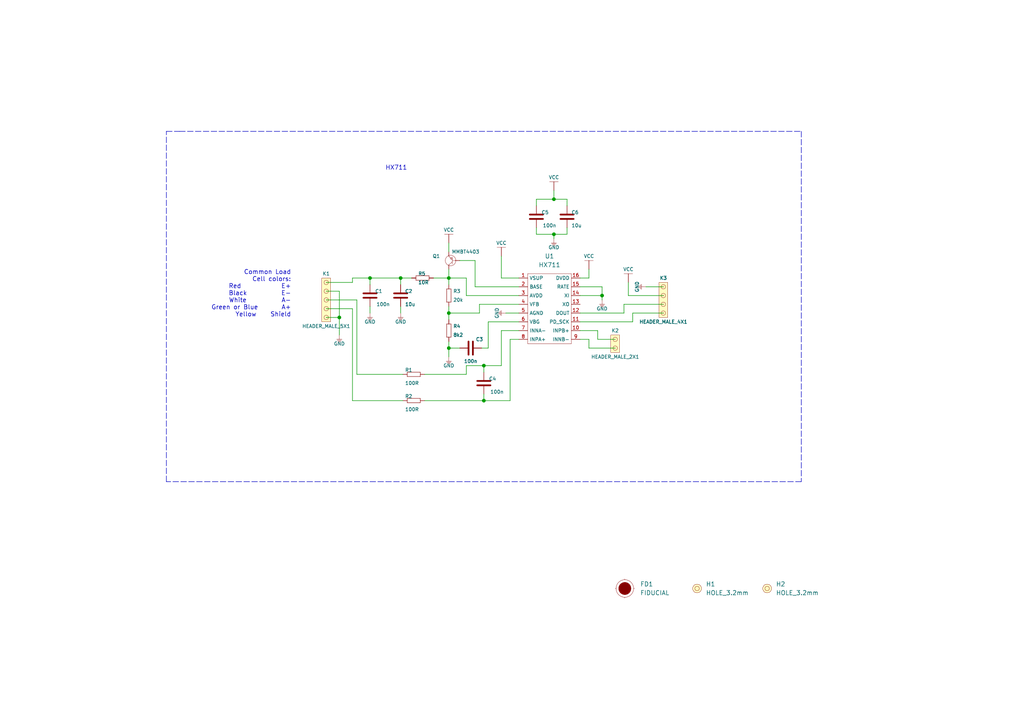
<source format=kicad_sch>
(kicad_sch (version 20211123) (generator eeschema)

  (uuid c0ee46d0-aa51-4fac-aab3-499764198726)

  (paper "A4")

  (title_block
    (title "Load-cell ampfilier HX711 board")
    (date "2021-06-30")
    (rev "V1.1.1.")
    (company "SOLDERED")
    (comment 1 "333005")
  )

  (lib_symbols
    (symbol "e-radionica.com schematics:0603C" (pin_numbers hide) (pin_names (offset 0.002)) (in_bom yes) (on_board yes)
      (property "Reference" "C" (id 0) (at -0.635 3.175 0)
        (effects (font (size 1 1)))
      )
      (property "Value" "0603C" (id 1) (at 0 -3.175 0)
        (effects (font (size 1 1)))
      )
      (property "Footprint" "e-radionica.com footprinti:0603C" (id 2) (at 0 0 0)
        (effects (font (size 1 1)) hide)
      )
      (property "Datasheet" "" (id 3) (at 0 0 0)
        (effects (font (size 1 1)) hide)
      )
      (symbol "0603C_0_1"
        (polyline
          (pts
            (xy -0.635 1.905)
            (xy -0.635 -1.905)
          )
          (stroke (width 0.5) (type default) (color 0 0 0 0))
          (fill (type none))
        )
        (polyline
          (pts
            (xy 0.635 1.905)
            (xy 0.635 -1.905)
          )
          (stroke (width 0.5) (type default) (color 0 0 0 0))
          (fill (type none))
        )
      )
      (symbol "0603C_1_1"
        (pin passive line (at -3.175 0 0) (length 2.54)
          (name "~" (effects (font (size 1.27 1.27))))
          (number "1" (effects (font (size 1.27 1.27))))
        )
        (pin passive line (at 3.175 0 180) (length 2.54)
          (name "~" (effects (font (size 1.27 1.27))))
          (number "2" (effects (font (size 1.27 1.27))))
        )
      )
    )
    (symbol "e-radionica.com schematics:0603R" (pin_numbers hide) (pin_names (offset 0.254)) (in_bom yes) (on_board yes)
      (property "Reference" "R" (id 0) (at -1.905 1.905 0)
        (effects (font (size 1 1)))
      )
      (property "Value" "0603R" (id 1) (at 0 -1.905 0)
        (effects (font (size 1 1)))
      )
      (property "Footprint" "e-radionica.com footprinti:0603R" (id 2) (at -0.635 1.905 0)
        (effects (font (size 1 1)) hide)
      )
      (property "Datasheet" "" (id 3) (at -0.635 1.905 0)
        (effects (font (size 1 1)) hide)
      )
      (symbol "0603R_0_1"
        (rectangle (start -1.905 -0.635) (end 1.905 -0.6604)
          (stroke (width 0.1) (type default) (color 0 0 0 0))
          (fill (type none))
        )
        (rectangle (start -1.905 0.635) (end -1.8796 -0.635)
          (stroke (width 0.1) (type default) (color 0 0 0 0))
          (fill (type none))
        )
        (rectangle (start -1.905 0.635) (end 1.905 0.6096)
          (stroke (width 0.1) (type default) (color 0 0 0 0))
          (fill (type none))
        )
        (rectangle (start 1.905 0.635) (end 1.9304 -0.635)
          (stroke (width 0.1) (type default) (color 0 0 0 0))
          (fill (type none))
        )
      )
      (symbol "0603R_1_1"
        (pin passive line (at -3.175 0 0) (length 1.27)
          (name "~" (effects (font (size 1.27 1.27))))
          (number "1" (effects (font (size 1.27 1.27))))
        )
        (pin passive line (at 3.175 0 180) (length 1.27)
          (name "~" (effects (font (size 1.27 1.27))))
          (number "2" (effects (font (size 1.27 1.27))))
        )
      )
    )
    (symbol "e-radionica.com schematics:1206C" (pin_numbers hide) (in_bom yes) (on_board yes)
      (property "Reference" "C" (id 0) (at -0.635 3.175 0)
        (effects (font (size 1 1)))
      )
      (property "Value" "1206C" (id 1) (at 0 -3.175 0)
        (effects (font (size 1 1)))
      )
      (property "Footprint" "e-radionica.com footprinti:1206C" (id 2) (at 0 0 0)
        (effects (font (size 1 1)) hide)
      )
      (property "Datasheet" "" (id 3) (at 0 0 0)
        (effects (font (size 1 1)) hide)
      )
      (symbol "1206C_0_1"
        (polyline
          (pts
            (xy -0.635 1.905)
            (xy -0.635 -1.905)
          )
          (stroke (width 0.5) (type default) (color 0 0 0 0))
          (fill (type none))
        )
        (polyline
          (pts
            (xy 0.635 1.905)
            (xy 0.635 -1.905)
          )
          (stroke (width 0.5) (type default) (color 0 0 0 0))
          (fill (type none))
        )
      )
      (symbol "1206C_1_1"
        (pin passive line (at -3.175 0 0) (length 2.54)
          (name "~" (effects (font (size 1.27 1.27))))
          (number "1" (effects (font (size 1.27 1.27))))
        )
        (pin passive line (at 3.175 0 180) (length 2.54)
          (name "~" (effects (font (size 1.27 1.27))))
          (number "2" (effects (font (size 1.27 1.27))))
        )
      )
    )
    (symbol "e-radionica.com schematics:FIDUCIAL" (in_bom no) (on_board yes)
      (property "Reference" "FD" (id 0) (at 0 3.81 0)
        (effects (font (size 1.27 1.27)))
      )
      (property "Value" "FIDUCIAL" (id 1) (at 0 -3.81 0)
        (effects (font (size 1.27 1.27)))
      )
      (property "Footprint" "e-radionica.com footprinti:FIDUCIAL_23" (id 2) (at 0.254 -5.334 0)
        (effects (font (size 1.27 1.27)) hide)
      )
      (property "Datasheet" "" (id 3) (at 0 0 0)
        (effects (font (size 1.27 1.27)) hide)
      )
      (symbol "FIDUCIAL_0_1"
        (polyline
          (pts
            (xy -2.54 0)
            (xy -2.794 0)
          )
          (stroke (width 0.0006) (type default) (color 0 0 0 0))
          (fill (type none))
        )
        (polyline
          (pts
            (xy 0 -2.54)
            (xy 0 -2.794)
          )
          (stroke (width 0.0006) (type default) (color 0 0 0 0))
          (fill (type none))
        )
        (polyline
          (pts
            (xy 0 2.54)
            (xy 0 2.794)
          )
          (stroke (width 0.0006) (type default) (color 0 0 0 0))
          (fill (type none))
        )
        (polyline
          (pts
            (xy 2.54 0)
            (xy 2.794 0)
          )
          (stroke (width 0.0006) (type default) (color 0 0 0 0))
          (fill (type none))
        )
        (circle (center 0 0) (radius 1.7961)
          (stroke (width 0.001) (type default) (color 0 0 0 0))
          (fill (type outline))
        )
        (circle (center 0 0) (radius 2.54)
          (stroke (width 0.0006) (type default) (color 0 0 0 0))
          (fill (type none))
        )
      )
    )
    (symbol "e-radionica.com schematics:GND" (power) (pin_names (offset 0)) (in_bom yes) (on_board yes)
      (property "Reference" "#PWR" (id 0) (at 4.445 0 0)
        (effects (font (size 1 1)) hide)
      )
      (property "Value" "GND" (id 1) (at 0 -2.921 0)
        (effects (font (size 1 1)))
      )
      (property "Footprint" "" (id 2) (at 4.445 3.81 0)
        (effects (font (size 1 1)) hide)
      )
      (property "Datasheet" "" (id 3) (at 4.445 3.81 0)
        (effects (font (size 1 1)) hide)
      )
      (property "ki_keywords" "power-flag" (id 4) (at 0 0 0)
        (effects (font (size 1.27 1.27)) hide)
      )
      (property "ki_description" "Power symbol creates a global label with name \"+3V3\"" (id 5) (at 0 0 0)
        (effects (font (size 1.27 1.27)) hide)
      )
      (symbol "GND_0_1"
        (polyline
          (pts
            (xy -0.762 -1.27)
            (xy 0.762 -1.27)
          )
          (stroke (width 0.0006) (type default) (color 0 0 0 0))
          (fill (type none))
        )
        (polyline
          (pts
            (xy -0.635 -1.524)
            (xy 0.635 -1.524)
          )
          (stroke (width 0.0006) (type default) (color 0 0 0 0))
          (fill (type none))
        )
        (polyline
          (pts
            (xy -0.381 -1.778)
            (xy 0.381 -1.778)
          )
          (stroke (width 0.0006) (type default) (color 0 0 0 0))
          (fill (type none))
        )
        (polyline
          (pts
            (xy -0.127 -2.032)
            (xy 0.127 -2.032)
          )
          (stroke (width 0.0006) (type default) (color 0 0 0 0))
          (fill (type none))
        )
        (polyline
          (pts
            (xy 0 0)
            (xy 0 -1.27)
          )
          (stroke (width 0.0006) (type default) (color 0 0 0 0))
          (fill (type none))
        )
      )
      (symbol "GND_1_1"
        (pin power_in line (at 0 0 270) (length 0) hide
          (name "GND" (effects (font (size 1.27 1.27))))
          (number "1" (effects (font (size 1.27 1.27))))
        )
      )
    )
    (symbol "e-radionica.com schematics:HEADER_MALE_2X1" (pin_numbers hide) (pin_names hide) (in_bom yes) (on_board yes)
      (property "Reference" "K" (id 0) (at -1.27 5.08 0)
        (effects (font (size 1 1)))
      )
      (property "Value" "HEADER_MALE_2X1" (id 1) (at 0 -2.54 0)
        (effects (font (size 1 1)))
      )
      (property "Footprint" "e-radionica.com footprinti:HEADER_MALE_2X1" (id 2) (at 0 0 0)
        (effects (font (size 1 1)) hide)
      )
      (property "Datasheet" "" (id 3) (at 0 0 0)
        (effects (font (size 1 1)) hide)
      )
      (symbol "HEADER_MALE_2X1_0_1"
        (circle (center 0 0) (radius 0.635)
          (stroke (width 0.0006) (type default) (color 0 0 0 0))
          (fill (type none))
        )
        (circle (center 0 2.54) (radius 0.635)
          (stroke (width 0.0006) (type default) (color 0 0 0 0))
          (fill (type none))
        )
        (rectangle (start 1.27 -1.27) (end -1.27 3.81)
          (stroke (width 0.001) (type default) (color 0 0 0 0))
          (fill (type background))
        )
      )
      (symbol "HEADER_MALE_2X1_1_1"
        (pin passive line (at 0 0 180) (length 0)
          (name "~" (effects (font (size 1 1))))
          (number "1" (effects (font (size 1 1))))
        )
        (pin passive line (at 0 2.54 180) (length 0)
          (name "~" (effects (font (size 1 1))))
          (number "2" (effects (font (size 1 1))))
        )
      )
    )
    (symbol "e-radionica.com schematics:HEADER_MALE_4X1" (pin_numbers hide) (pin_names hide) (in_bom yes) (on_board yes)
      (property "Reference" "K" (id 0) (at -0.635 7.62 0)
        (effects (font (size 1 1)))
      )
      (property "Value" "HEADER_MALE_4X1" (id 1) (at 0 -5.08 0)
        (effects (font (size 1 1)))
      )
      (property "Footprint" "e-radionica.com footprinti:HEADER_MALE_4X1" (id 2) (at 0 -2.54 0)
        (effects (font (size 1 1)) hide)
      )
      (property "Datasheet" "" (id 3) (at 0 -2.54 0)
        (effects (font (size 1 1)) hide)
      )
      (symbol "HEADER_MALE_4X1_0_1"
        (circle (center 0 -2.54) (radius 0.635)
          (stroke (width 0.0006) (type default) (color 0 0 0 0))
          (fill (type none))
        )
        (circle (center 0 0) (radius 0.635)
          (stroke (width 0.0006) (type default) (color 0 0 0 0))
          (fill (type none))
        )
        (circle (center 0 2.54) (radius 0.635)
          (stroke (width 0.0006) (type default) (color 0 0 0 0))
          (fill (type none))
        )
        (circle (center 0 5.08) (radius 0.635)
          (stroke (width 0.0006) (type default) (color 0 0 0 0))
          (fill (type none))
        )
        (rectangle (start 1.27 -3.81) (end -1.27 6.35)
          (stroke (width 0.001) (type default) (color 0 0 0 0))
          (fill (type background))
        )
      )
      (symbol "HEADER_MALE_4X1_1_1"
        (pin passive line (at 0 -2.54 180) (length 0)
          (name "~" (effects (font (size 1 1))))
          (number "1" (effects (font (size 1 1))))
        )
        (pin passive line (at 0 0 180) (length 0)
          (name "~" (effects (font (size 1 1))))
          (number "2" (effects (font (size 1 1))))
        )
        (pin passive line (at 0 2.54 180) (length 0)
          (name "~" (effects (font (size 1 1))))
          (number "3" (effects (font (size 1 1))))
        )
        (pin passive line (at 0 5.08 180) (length 0)
          (name "~" (effects (font (size 1 1))))
          (number "4" (effects (font (size 1 1))))
        )
      )
    )
    (symbol "e-radionica.com schematics:HEADER_MALE_5X1" (pin_numbers hide) (pin_names hide) (in_bom yes) (on_board yes)
      (property "Reference" "K" (id 0) (at -0.635 7.62 0)
        (effects (font (size 1 1)))
      )
      (property "Value" "HEADER_MALE_5X1" (id 1) (at 0.635 -7.62 0)
        (effects (font (size 1 1)))
      )
      (property "Footprint" "e-radionica.com footprinti:HEADER_MALE_5X1" (id 2) (at 0 0 0)
        (effects (font (size 1 1)) hide)
      )
      (property "Datasheet" "" (id 3) (at 0 0 0)
        (effects (font (size 1 1)) hide)
      )
      (symbol "HEADER_MALE_5X1_0_1"
        (rectangle (start -1.27 6.35) (end 1.27 -6.35)
          (stroke (width 0.001) (type default) (color 0 0 0 0))
          (fill (type background))
        )
        (circle (center 0 -5.08) (radius 0.635)
          (stroke (width 0.0006) (type default) (color 0 0 0 0))
          (fill (type none))
        )
        (circle (center 0 -2.54) (radius 0.635)
          (stroke (width 0.0006) (type default) (color 0 0 0 0))
          (fill (type none))
        )
        (circle (center 0 0) (radius 0.635)
          (stroke (width 0.0006) (type default) (color 0 0 0 0))
          (fill (type none))
        )
        (circle (center 0 2.54) (radius 0.635)
          (stroke (width 0.0006) (type default) (color 0 0 0 0))
          (fill (type none))
        )
        (circle (center 0 5.08) (radius 0.635)
          (stroke (width 0.0006) (type default) (color 0 0 0 0))
          (fill (type none))
        )
      )
      (symbol "HEADER_MALE_5X1_1_1"
        (pin passive line (at 0 -5.08 180) (length 0)
          (name "~" (effects (font (size 1 1))))
          (number "1" (effects (font (size 1 1))))
        )
        (pin passive line (at 0 -2.54 180) (length 0)
          (name "~" (effects (font (size 1 1))))
          (number "2" (effects (font (size 1 1))))
        )
        (pin passive line (at 0 0 180) (length 0)
          (name "~" (effects (font (size 1 1))))
          (number "3" (effects (font (size 1 1))))
        )
        (pin passive line (at 0 2.54 180) (length 0)
          (name "~" (effects (font (size 1 1))))
          (number "4" (effects (font (size 1 1))))
        )
        (pin passive line (at 0 5.08 180) (length 0)
          (name "~" (effects (font (size 0.991 0.991))))
          (number "5" (effects (font (size 0.991 0.991))))
        )
      )
    )
    (symbol "e-radionica.com schematics:HOLE_3.2mm" (pin_numbers hide) (pin_names hide) (in_bom yes) (on_board yes)
      (property "Reference" "H" (id 0) (at 0 2.54 0)
        (effects (font (size 1.27 1.27)))
      )
      (property "Value" "HOLE_3.2mm" (id 1) (at 0 -2.54 0)
        (effects (font (size 1.27 1.27)))
      )
      (property "Footprint" "e-radionica.com footprinti:HOLE_3.2mm" (id 2) (at 0 0 0)
        (effects (font (size 1.27 1.27)) hide)
      )
      (property "Datasheet" "" (id 3) (at 0 0 0)
        (effects (font (size 1.27 1.27)) hide)
      )
      (symbol "HOLE_3.2mm_0_1"
        (circle (center 0 0) (radius 0.635)
          (stroke (width 0.0006) (type default) (color 0 0 0 0))
          (fill (type none))
        )
        (circle (center 0 0) (radius 1.27)
          (stroke (width 0.001) (type default) (color 0 0 0 0))
          (fill (type background))
        )
      )
    )
    (symbol "e-radionica.com schematics:HX711" (in_bom yes) (on_board yes)
      (property "Reference" "U" (id 0) (at -1.27 7.62 0)
        (effects (font (size 1.27 1.27)))
      )
      (property "Value" "HX711" (id 1) (at 0 -11.43 0)
        (effects (font (size 1.27 1.27)))
      )
      (property "Footprint" "e-radionica.com footprinti:SOP-16" (id 2) (at -1.27 0 0)
        (effects (font (size 1.27 1.27)) hide)
      )
      (property "Datasheet" "" (id 3) (at 0 -5.08 0)
        (effects (font (size 1.27 1.27)) hide)
      )
      (symbol "HX711_0_1"
        (rectangle (start -6.35 10.16) (end 6.35 -10.16)
          (stroke (width 0.0006) (type default) (color 0 0 0 0))
          (fill (type none))
        )
      )
      (symbol "HX711_1_1"
        (pin power_in line (at -8.89 8.89 0) (length 2.54)
          (name "VSUP" (effects (font (size 1 1))))
          (number "1" (effects (font (size 1 1))))
        )
        (pin input line (at 8.89 -6.35 180) (length 2.54)
          (name "INPB+" (effects (font (size 1 1))))
          (number "10" (effects (font (size 1 1))))
        )
        (pin input line (at 8.89 -3.81 180) (length 2.54)
          (name "PD_SCK" (effects (font (size 1 1))))
          (number "11" (effects (font (size 1 1))))
        )
        (pin output line (at 8.89 -1.27 180) (length 2.54)
          (name "DOUT" (effects (font (size 1 1))))
          (number "12" (effects (font (size 1 1))))
        )
        (pin input line (at 8.89 1.27 180) (length 2.54)
          (name "XO" (effects (font (size 1 1))))
          (number "13" (effects (font (size 1 1))))
        )
        (pin input line (at 8.89 3.81 180) (length 2.54)
          (name "XI" (effects (font (size 1 1))))
          (number "14" (effects (font (size 1 1))))
        )
        (pin input line (at 8.89 6.35 180) (length 2.54)
          (name "RATE" (effects (font (size 1 1))))
          (number "15" (effects (font (size 1 1))))
        )
        (pin power_in line (at 8.89 8.89 180) (length 2.54)
          (name "DVDD" (effects (font (size 1 1))))
          (number "16" (effects (font (size 1 1))))
        )
        (pin output line (at -8.89 6.35 0) (length 2.54)
          (name "BASE" (effects (font (size 1 1))))
          (number "2" (effects (font (size 1 1))))
        )
        (pin power_in line (at -8.89 3.81 0) (length 2.54)
          (name "AVDD" (effects (font (size 1 1))))
          (number "3" (effects (font (size 1 1))))
        )
        (pin input line (at -8.89 1.27 0) (length 2.54)
          (name "VFB" (effects (font (size 1 1))))
          (number "4" (effects (font (size 1 1))))
        )
        (pin passive line (at -8.89 -1.27 0) (length 2.54)
          (name "AGND" (effects (font (size 1 1))))
          (number "5" (effects (font (size 1 1))))
        )
        (pin output line (at -8.89 -3.81 0) (length 2.54)
          (name "VBG" (effects (font (size 1 1))))
          (number "6" (effects (font (size 1 1))))
        )
        (pin input line (at -8.89 -6.35 0) (length 2.54)
          (name "INNA-" (effects (font (size 1 1))))
          (number "7" (effects (font (size 1 1))))
        )
        (pin input line (at -8.89 -8.89 0) (length 2.54)
          (name "INPA+" (effects (font (size 1 1))))
          (number "8" (effects (font (size 1 1))))
        )
        (pin input line (at 8.89 -8.89 180) (length 2.54)
          (name "INNB-" (effects (font (size 1 1))))
          (number "9" (effects (font (size 1 1))))
        )
      )
    )
    (symbol "e-radionica.com schematics:PNP-SOT-23-3" (pin_numbers hide) (pin_names hide) (in_bom yes) (on_board yes)
      (property "Reference" "Q" (id 0) (at -1.778 2.4892 0)
        (effects (font (size 1 1)))
      )
      (property "Value" "PNP-SOT-23-3" (id 1) (at -0.0508 -2.9464 0)
        (effects (font (size 1 1)))
      )
      (property "Footprint" "e-radionica.com footprinti:SOT-23-3" (id 2) (at 0 0 0)
        (effects (font (size 1 1)) hide)
      )
      (property "Datasheet" "" (id 3) (at 0 0 0)
        (effects (font (size 1 1)) hide)
      )
      (symbol "PNP-SOT-23-3_0_1"
        (circle (center -0.508 0) (radius 1.524)
          (stroke (width 0.0006) (type default) (color 0 0 0 0))
          (fill (type none))
        )
        (polyline
          (pts
            (xy -2.032 0)
            (xy -1.016 0)
          )
          (stroke (width 0.0006) (type default) (color 0 0 0 0))
          (fill (type none))
        )
        (polyline
          (pts
            (xy -1.016 0.381)
            (xy 0 1.27)
          )
          (stroke (width 0.0006) (type default) (color 0 0 0 0))
          (fill (type none))
        )
        (polyline
          (pts
            (xy -1.016 1.016)
            (xy -1.016 -1.016)
          )
          (stroke (width 0.0006) (type default) (color 0 0 0 0))
          (fill (type none))
        )
        (polyline
          (pts
            (xy -0.508 -0.762)
            (xy 0 -1.27)
          )
          (stroke (width 0.1) (type default) (color 0 0 0 0))
          (fill (type none))
        )
        (polyline
          (pts
            (xy -0.381 -0.508)
            (xy -0.762 -0.889)
            (xy -0.9906 -0.2794)
            (xy -0.381 -0.508)
          )
          (stroke (width 0.0006) (type default) (color 0 0 0 0))
          (fill (type none))
        )
      )
      (symbol "PNP-SOT-23-3_1_1"
        (pin passive line (at -3.175 0 0) (length 1.27)
          (name "B" (effects (font (size 1 1))))
          (number "1" (effects (font (size 1 1))))
        )
        (pin passive line (at 0 -2.54 90) (length 1.27)
          (name "E" (effects (font (size 1 1))))
          (number "2" (effects (font (size 1 1))))
        )
        (pin passive line (at 0 2.54 270) (length 1.27)
          (name "C" (effects (font (size 1 1))))
          (number "3" (effects (font (size 1 1))))
        )
      )
    )
    (symbol "e-radionica.com schematics:VCC" (power) (pin_names (offset 0)) (in_bom yes) (on_board yes)
      (property "Reference" "#PWR" (id 0) (at 4.445 0 0)
        (effects (font (size 1 1)) hide)
      )
      (property "Value" "VCC" (id 1) (at 0 3.556 0)
        (effects (font (size 1 1)))
      )
      (property "Footprint" "" (id 2) (at 4.445 3.81 0)
        (effects (font (size 1 1)) hide)
      )
      (property "Datasheet" "" (id 3) (at 4.445 3.81 0)
        (effects (font (size 1 1)) hide)
      )
      (property "ki_keywords" "power-flag" (id 4) (at 0 0 0)
        (effects (font (size 1.27 1.27)) hide)
      )
      (property "ki_description" "Power symbol creates a global label with name \"+3V3\"" (id 5) (at 0 0 0)
        (effects (font (size 1.27 1.27)) hide)
      )
      (symbol "VCC_0_1"
        (polyline
          (pts
            (xy -1.27 2.54)
            (xy 1.27 2.54)
          )
          (stroke (width 0.0006) (type default) (color 0 0 0 0))
          (fill (type none))
        )
        (polyline
          (pts
            (xy 0 0)
            (xy 0 2.54)
          )
          (stroke (width 0) (type default) (color 0 0 0 0))
          (fill (type none))
        )
      )
      (symbol "VCC_1_1"
        (pin power_in line (at 0 0 90) (length 0) hide
          (name "VCC" (effects (font (size 1.27 1.27))))
          (number "1" (effects (font (size 1.27 1.27))))
        )
      )
    )
  )

  (junction (at 130.175 90.805) (diameter 0.9144) (color 0 0 0 0)
    (uuid 68877d35-b796-44db-9124-b8e744e7412e)
  )
  (junction (at 160.655 57.785) (diameter 0.9144) (color 0 0 0 0)
    (uuid 6d26d68f-1ca7-4ff3-b058-272f1c399047)
  )
  (junction (at 174.625 85.725) (diameter 0.9144) (color 0 0 0 0)
    (uuid 70e15522-1572-4451-9c0d-6d36ac70d8c6)
  )
  (junction (at 107.315 80.645) (diameter 0.9144) (color 0 0 0 0)
    (uuid 8412992d-8754-44de-9e08-115cec1a3eff)
  )
  (junction (at 140.335 116.205) (diameter 0.9144) (color 0 0 0 0)
    (uuid 911bdcbe-493f-4e21-a506-7cbc636e2c17)
  )
  (junction (at 140.335 106.045) (diameter 0.9144) (color 0 0 0 0)
    (uuid 9f8381e9-3077-4453-a480-a01ad9c1a940)
  )
  (junction (at 130.175 100.965) (diameter 0.9144) (color 0 0 0 0)
    (uuid b96fe6ac-3535-4455-ab88-ed77f5e46d6e)
  )
  (junction (at 130.175 80.645) (diameter 0.9144) (color 0 0 0 0)
    (uuid c332fa55-4168-4f55-88a5-f82c7c21040b)
  )
  (junction (at 160.655 67.945) (diameter 0.9144) (color 0 0 0 0)
    (uuid d3d7e298-1d39-4294-a3ab-c84cc0dc5e5a)
  )
  (junction (at 116.205 80.645) (diameter 0.9144) (color 0 0 0 0)
    (uuid df32840e-2912-4088-b54c-9a85f64c0265)
  )
  (junction (at 98.425 92.075) (diameter 0.9144) (color 0 0 0 0)
    (uuid ffd175d1-912a-4224-be1e-a8198680f46b)
  )

  (wire (pts (xy 173.355 95.885) (xy 168.275 95.885))
    (stroke (width 0) (type solid) (color 0 0 0 0))
    (uuid 00c74706-4f3e-4973-b62b-bd31dfd0337f)
  )
  (wire (pts (xy 173.355 98.425) (xy 173.355 95.885))
    (stroke (width 0) (type solid) (color 0 0 0 0))
    (uuid 00c74706-4f3e-4973-b62b-bd31dfd03380)
  )
  (wire (pts (xy 178.435 98.425) (xy 173.355 98.425))
    (stroke (width 0) (type solid) (color 0 0 0 0))
    (uuid 00c74706-4f3e-4973-b62b-bd31dfd03381)
  )
  (wire (pts (xy 168.275 93.345) (xy 183.515 93.345))
    (stroke (width 0) (type solid) (color 0 0 0 0))
    (uuid 07530e2c-43d7-42be-8585-2cd0f6140bdf)
  )
  (wire (pts (xy 183.515 90.805) (xy 192.405 90.805))
    (stroke (width 0) (type solid) (color 0 0 0 0))
    (uuid 07530e2c-43d7-42be-8585-2cd0f6140be0)
  )
  (wire (pts (xy 183.515 93.345) (xy 183.515 90.805))
    (stroke (width 0) (type solid) (color 0 0 0 0))
    (uuid 07530e2c-43d7-42be-8585-2cd0f6140be1)
  )
  (wire (pts (xy 140.335 114.3) (xy 140.335 116.205))
    (stroke (width 0) (type solid) (color 0 0 0 0))
    (uuid 087ec55f-5866-47bb-92dc-39db9c5c8736)
  )
  (wire (pts (xy 140.335 116.205) (xy 147.955 116.205))
    (stroke (width 0) (type solid) (color 0 0 0 0))
    (uuid 087ec55f-5866-47bb-92dc-39db9c5c8737)
  )
  (wire (pts (xy 147.955 98.425) (xy 150.495 98.425))
    (stroke (width 0) (type solid) (color 0 0 0 0))
    (uuid 087ec55f-5866-47bb-92dc-39db9c5c8738)
  )
  (wire (pts (xy 147.955 116.205) (xy 147.955 98.425))
    (stroke (width 0) (type solid) (color 0 0 0 0))
    (uuid 087ec55f-5866-47bb-92dc-39db9c5c8739)
  )
  (wire (pts (xy 123.19 108.585) (xy 135.255 108.585))
    (stroke (width 0) (type solid) (color 0 0 0 0))
    (uuid 09cfa63d-d432-47f3-8cc1-c3bfb0572eda)
  )
  (wire (pts (xy 135.255 106.045) (xy 140.335 106.045))
    (stroke (width 0) (type solid) (color 0 0 0 0))
    (uuid 09cfa63d-d432-47f3-8cc1-c3bfb0572edb)
  )
  (wire (pts (xy 135.255 108.585) (xy 135.255 106.045))
    (stroke (width 0) (type solid) (color 0 0 0 0))
    (uuid 09cfa63d-d432-47f3-8cc1-c3bfb0572edc)
  )
  (wire (pts (xy 94.615 89.535) (xy 102.235 89.535))
    (stroke (width 0) (type solid) (color 0 0 0 0))
    (uuid 14e64190-d79d-4da8-ad38-c7d3ad2724c7)
  )
  (wire (pts (xy 102.235 89.535) (xy 102.235 116.205))
    (stroke (width 0) (type solid) (color 0 0 0 0))
    (uuid 14e64190-d79d-4da8-ad38-c7d3ad2724c8)
  )
  (wire (pts (xy 102.235 116.205) (xy 116.84 116.205))
    (stroke (width 0) (type solid) (color 0 0 0 0))
    (uuid 14e64190-d79d-4da8-ad38-c7d3ad2724c9)
  )
  (wire (pts (xy 187.325 83.185) (xy 192.405 83.185))
    (stroke (width 0) (type solid) (color 0 0 0 0))
    (uuid 30c14070-058c-4c7b-8510-4c2b4055f91e)
  )
  (wire (pts (xy 140.335 106.045) (xy 145.415 106.045))
    (stroke (width 0) (type solid) (color 0 0 0 0))
    (uuid 31efb656-33ff-4d61-a600-0f7bfdc663c2)
  )
  (wire (pts (xy 140.335 107.95) (xy 140.335 106.045))
    (stroke (width 0) (type solid) (color 0 0 0 0))
    (uuid 31efb656-33ff-4d61-a600-0f7bfdc663c3)
  )
  (wire (pts (xy 145.415 95.885) (xy 150.495 95.885))
    (stroke (width 0) (type solid) (color 0 0 0 0))
    (uuid 31efb656-33ff-4d61-a600-0f7bfdc663c4)
  )
  (wire (pts (xy 145.415 106.045) (xy 145.415 95.885))
    (stroke (width 0) (type solid) (color 0 0 0 0))
    (uuid 31efb656-33ff-4d61-a600-0f7bfdc663c5)
  )
  (wire (pts (xy 168.275 90.805) (xy 180.975 90.805))
    (stroke (width 0) (type solid) (color 0 0 0 0))
    (uuid 3332c6bd-c8cc-427c-87f0-5617d84e1871)
  )
  (wire (pts (xy 180.975 88.265) (xy 192.405 88.265))
    (stroke (width 0) (type solid) (color 0 0 0 0))
    (uuid 3332c6bd-c8cc-427c-87f0-5617d84e1872)
  )
  (wire (pts (xy 180.975 90.805) (xy 180.975 88.265))
    (stroke (width 0) (type solid) (color 0 0 0 0))
    (uuid 3332c6bd-c8cc-427c-87f0-5617d84e1873)
  )
  (wire (pts (xy 130.175 70.485) (xy 130.175 73.025))
    (stroke (width 0) (type solid) (color 0 0 0 0))
    (uuid 39b7ecde-455c-4471-b720-bf1e15a409a2)
  )
  (wire (pts (xy 94.615 84.455) (xy 98.425 84.455))
    (stroke (width 0) (type solid) (color 0 0 0 0))
    (uuid 3ce15976-d493-45a3-aaeb-2a693e11110f)
  )
  (wire (pts (xy 98.425 84.455) (xy 98.425 92.075))
    (stroke (width 0) (type solid) (color 0 0 0 0))
    (uuid 3ce15976-d493-45a3-aaeb-2a693e111110)
  )
  (wire (pts (xy 116.205 80.645) (xy 119.38 80.645))
    (stroke (width 0) (type solid) (color 0 0 0 0))
    (uuid 4445e1fd-edd4-4334-b5de-d25a1ac87cde)
  )
  (wire (pts (xy 168.275 98.425) (xy 170.815 98.425))
    (stroke (width 0) (type solid) (color 0 0 0 0))
    (uuid 52dea7ea-9b5b-43c6-be2d-b00874a1174e)
  )
  (wire (pts (xy 170.815 98.425) (xy 170.815 100.965))
    (stroke (width 0) (type solid) (color 0 0 0 0))
    (uuid 52dea7ea-9b5b-43c6-be2d-b00874a1174f)
  )
  (wire (pts (xy 170.815 100.965) (xy 178.435 100.965))
    (stroke (width 0) (type solid) (color 0 0 0 0))
    (uuid 52dea7ea-9b5b-43c6-be2d-b00874a11750)
  )
  (wire (pts (xy 168.275 85.725) (xy 174.625 85.725))
    (stroke (width 0) (type solid) (color 0 0 0 0))
    (uuid 5f13e10f-75e6-4583-a062-10d2364bae2f)
  )
  (wire (pts (xy 174.625 85.725) (xy 174.625 86.995))
    (stroke (width 0) (type solid) (color 0 0 0 0))
    (uuid 5f13e10f-75e6-4583-a062-10d2364bae30)
  )
  (wire (pts (xy 133.35 100.965) (xy 130.175 100.965))
    (stroke (width 0) (type solid) (color 0 0 0 0))
    (uuid 623ffc7b-0eaa-44cd-badc-56e9b4893303)
  )
  (wire (pts (xy 168.275 80.645) (xy 170.815 80.645))
    (stroke (width 0) (type solid) (color 0 0 0 0))
    (uuid 63bf7f8b-2832-49d6-8e01-66d32d4cff96)
  )
  (wire (pts (xy 170.815 80.645) (xy 170.815 78.105))
    (stroke (width 0) (type solid) (color 0 0 0 0))
    (uuid 63bf7f8b-2832-49d6-8e01-66d32d4cff97)
  )
  (wire (pts (xy 107.315 88.9) (xy 107.315 90.805))
    (stroke (width 0) (type solid) (color 0 0 0 0))
    (uuid 64d3590b-67ef-4375-b5e2-357bfd94987f)
  )
  (wire (pts (xy 141.605 93.345) (xy 150.495 93.345))
    (stroke (width 0) (type solid) (color 0 0 0 0))
    (uuid 6b6318a7-7d77-419d-9748-2956cae82be9)
  )
  (wire (pts (xy 164.465 66.04) (xy 164.465 67.945))
    (stroke (width 0) (type solid) (color 0 0 0 0))
    (uuid 6beb9dde-7a1f-4e99-813c-e13efe793501)
  )
  (wire (pts (xy 164.465 67.945) (xy 160.655 67.945))
    (stroke (width 0) (type solid) (color 0 0 0 0))
    (uuid 6beb9dde-7a1f-4e99-813c-e13efe793502)
  )
  (polyline (pts (xy 48.26 38.1) (xy 52.07 38.1))
    (stroke (width 0) (type dash) (color 0 0 0 0))
    (uuid 71ae86aa-c36d-4ce8-bb88-474466d9a187)
  )
  (polyline (pts (xy 48.26 139.7) (xy 48.26 38.1))
    (stroke (width 0) (type dash) (color 0 0 0 0))
    (uuid 71ae86aa-c36d-4ce8-bb88-474466d9a188)
  )
  (polyline (pts (xy 52.07 38.1) (xy 232.41 38.1))
    (stroke (width 0) (type dash) (color 0 0 0 0))
    (uuid 71ae86aa-c36d-4ce8-bb88-474466d9a189)
  )
  (polyline (pts (xy 232.41 38.1) (xy 232.41 139.7))
    (stroke (width 0) (type dash) (color 0 0 0 0))
    (uuid 71ae86aa-c36d-4ce8-bb88-474466d9a18a)
  )
  (polyline (pts (xy 232.41 139.7) (xy 48.26 139.7))
    (stroke (width 0) (type dash) (color 0 0 0 0))
    (uuid 71ae86aa-c36d-4ce8-bb88-474466d9a18b)
  )

  (wire (pts (xy 155.575 66.04) (xy 155.575 67.945))
    (stroke (width 0) (type solid) (color 0 0 0 0))
    (uuid 72d10612-faa0-465c-860b-bf9dff2c5f65)
  )
  (wire (pts (xy 155.575 67.945) (xy 160.655 67.945))
    (stroke (width 0) (type solid) (color 0 0 0 0))
    (uuid 72d10612-faa0-465c-860b-bf9dff2c5f66)
  )
  (wire (pts (xy 160.655 67.945) (xy 160.655 69.215))
    (stroke (width 0) (type solid) (color 0 0 0 0))
    (uuid 72d10612-faa0-465c-860b-bf9dff2c5f67)
  )
  (wire (pts (xy 164.465 57.785) (xy 160.655 57.785))
    (stroke (width 0) (type solid) (color 0 0 0 0))
    (uuid 77548ad7-bd06-47dc-9bec-41675ec4e5c9)
  )
  (wire (pts (xy 164.465 59.69) (xy 164.465 57.785))
    (stroke (width 0) (type solid) (color 0 0 0 0))
    (uuid 77548ad7-bd06-47dc-9bec-41675ec4e5ca)
  )
  (wire (pts (xy 94.615 81.915) (xy 102.235 81.915))
    (stroke (width 0) (type solid) (color 0 0 0 0))
    (uuid 7c4c414e-a41b-4c81-a374-35e829ee6827)
  )
  (wire (pts (xy 102.235 80.645) (xy 107.315 80.645))
    (stroke (width 0) (type solid) (color 0 0 0 0))
    (uuid 7c4c414e-a41b-4c81-a374-35e829ee6828)
  )
  (wire (pts (xy 102.235 81.915) (xy 102.235 80.645))
    (stroke (width 0) (type solid) (color 0 0 0 0))
    (uuid 7c4c414e-a41b-4c81-a374-35e829ee6829)
  )
  (wire (pts (xy 137.795 83.185) (xy 150.495 83.185))
    (stroke (width 0) (type solid) (color 0 0 0 0))
    (uuid 7d060a42-564a-44ba-975a-c1bac341dfe8)
  )
  (wire (pts (xy 168.275 83.185) (xy 174.625 83.185))
    (stroke (width 0) (type solid) (color 0 0 0 0))
    (uuid 88ec2b36-fc35-41c5-91e7-a6df70789fc6)
  )
  (wire (pts (xy 174.625 83.185) (xy 174.625 85.725))
    (stroke (width 0) (type solid) (color 0 0 0 0))
    (uuid 88ec2b36-fc35-41c5-91e7-a6df70789fc7)
  )
  (wire (pts (xy 125.73 80.645) (xy 130.175 80.645))
    (stroke (width 0) (type solid) (color 0 0 0 0))
    (uuid 8b171356-b2f6-4aa2-917a-a30bff049a2f)
  )
  (wire (pts (xy 139.065 88.265) (xy 139.065 90.805))
    (stroke (width 0) (type solid) (color 0 0 0 0))
    (uuid 919a8bc8-fb48-4e65-ba92-9207bae9dc6c)
  )
  (wire (pts (xy 139.065 90.805) (xy 130.175 90.805))
    (stroke (width 0) (type solid) (color 0 0 0 0))
    (uuid 919a8bc8-fb48-4e65-ba92-9207bae9dc6d)
  )
  (wire (pts (xy 150.495 88.265) (xy 139.065 88.265))
    (stroke (width 0) (type solid) (color 0 0 0 0))
    (uuid 919a8bc8-fb48-4e65-ba92-9207bae9dc6e)
  )
  (wire (pts (xy 155.575 57.785) (xy 160.655 57.785))
    (stroke (width 0) (type solid) (color 0 0 0 0))
    (uuid 9ee89e6b-d98c-43f4-ba74-f104110ec0ae)
  )
  (wire (pts (xy 155.575 59.69) (xy 155.575 57.785))
    (stroke (width 0) (type solid) (color 0 0 0 0))
    (uuid 9ee89e6b-d98c-43f4-ba74-f104110ec0af)
  )
  (wire (pts (xy 160.655 57.785) (xy 160.655 55.245))
    (stroke (width 0) (type solid) (color 0 0 0 0))
    (uuid 9ee89e6b-d98c-43f4-ba74-f104110ec0b0)
  )
  (wire (pts (xy 123.19 116.205) (xy 140.335 116.205))
    (stroke (width 0) (type solid) (color 0 0 0 0))
    (uuid a0ece2eb-d32e-45d0-996a-eb243bc53f87)
  )
  (wire (pts (xy 130.175 80.645) (xy 130.175 82.55))
    (stroke (width 0) (type solid) (color 0 0 0 0))
    (uuid af00b16c-7f0a-4db3-adbf-f0d58dfcddfb)
  )
  (wire (pts (xy 130.175 88.9) (xy 130.175 90.805))
    (stroke (width 0) (type solid) (color 0 0 0 0))
    (uuid bf232ef5-3dd7-4df0-9a2f-edca4afbae95)
  )
  (wire (pts (xy 130.175 90.805) (xy 130.175 92.71))
    (stroke (width 0) (type solid) (color 0 0 0 0))
    (uuid bf232ef5-3dd7-4df0-9a2f-edca4afbae96)
  )
  (wire (pts (xy 182.245 85.725) (xy 182.245 81.915))
    (stroke (width 0) (type solid) (color 0 0 0 0))
    (uuid c9b99815-45b5-4630-9758-f7a32bbc3482)
  )
  (wire (pts (xy 192.405 85.725) (xy 182.245 85.725))
    (stroke (width 0) (type solid) (color 0 0 0 0))
    (uuid c9b99815-45b5-4630-9758-f7a32bbc3483)
  )
  (wire (pts (xy 130.175 100.965) (xy 130.175 103.505))
    (stroke (width 0) (type solid) (color 0 0 0 0))
    (uuid cd7bc1f5-f06e-4331-a548-7c7cccd3a3d8)
  )
  (wire (pts (xy 145.415 80.645) (xy 145.415 74.295))
    (stroke (width 0) (type solid) (color 0 0 0 0))
    (uuid cfeda0c5-2f29-464d-9563-ae1a18ee7842)
  )
  (wire (pts (xy 150.495 80.645) (xy 145.415 80.645))
    (stroke (width 0) (type solid) (color 0 0 0 0))
    (uuid cfeda0c5-2f29-464d-9563-ae1a18ee7843)
  )
  (wire (pts (xy 146.685 90.805) (xy 150.495 90.805))
    (stroke (width 0) (type solid) (color 0 0 0 0))
    (uuid d49e8515-b3d7-4fb0-bfa4-0e5be85202d9)
  )
  (wire (pts (xy 94.615 92.075) (xy 98.425 92.075))
    (stroke (width 0) (type solid) (color 0 0 0 0))
    (uuid d56ef627-208a-48ec-a08e-c581703a93a1)
  )
  (wire (pts (xy 98.425 92.075) (xy 98.425 97.155))
    (stroke (width 0) (type solid) (color 0 0 0 0))
    (uuid d56ef627-208a-48ec-a08e-c581703a93a2)
  )
  (wire (pts (xy 137.795 75.565) (xy 133.35 75.565))
    (stroke (width 0) (type solid) (color 0 0 0 0))
    (uuid d6942ae7-7cfe-4e04-ad32-eec7446401c3)
  )
  (wire (pts (xy 137.795 83.185) (xy 137.795 75.565))
    (stroke (width 0) (type solid) (color 0 0 0 0))
    (uuid d6942ae7-7cfe-4e04-ad32-eec7446401c4)
  )
  (wire (pts (xy 107.315 80.645) (xy 107.315 82.55))
    (stroke (width 0) (type solid) (color 0 0 0 0))
    (uuid d7725386-2671-418c-9f32-af557b6fc95e)
  )
  (wire (pts (xy 116.205 80.645) (xy 107.315 80.645))
    (stroke (width 0) (type solid) (color 0 0 0 0))
    (uuid d7725386-2671-418c-9f32-af557b6fc95f)
  )
  (wire (pts (xy 116.205 82.55) (xy 116.205 80.645))
    (stroke (width 0) (type solid) (color 0 0 0 0))
    (uuid d7725386-2671-418c-9f32-af557b6fc960)
  )
  (wire (pts (xy 130.175 80.645) (xy 130.175 78.105))
    (stroke (width 0) (type solid) (color 0 0 0 0))
    (uuid e6bd68b9-6518-4d4e-8d32-2ea4f09495ef)
  )
  (wire (pts (xy 135.255 80.645) (xy 130.175 80.645))
    (stroke (width 0) (type solid) (color 0 0 0 0))
    (uuid e6bd68b9-6518-4d4e-8d32-2ea4f09495f0)
  )
  (wire (pts (xy 135.255 85.725) (xy 135.255 80.645))
    (stroke (width 0) (type solid) (color 0 0 0 0))
    (uuid e6bd68b9-6518-4d4e-8d32-2ea4f09495f1)
  )
  (wire (pts (xy 135.255 85.725) (xy 150.495 85.725))
    (stroke (width 0) (type solid) (color 0 0 0 0))
    (uuid e6bd68b9-6518-4d4e-8d32-2ea4f09495f2)
  )
  (wire (pts (xy 130.175 99.06) (xy 130.175 100.965))
    (stroke (width 0) (type solid) (color 0 0 0 0))
    (uuid e821272c-256f-43f2-91b4-3a83e0972f2a)
  )
  (wire (pts (xy 139.7 100.965) (xy 141.605 100.965))
    (stroke (width 0) (type solid) (color 0 0 0 0))
    (uuid eeea8100-5b77-4b13-b614-a1c606898034)
  )
  (wire (pts (xy 141.605 100.965) (xy 141.605 93.345))
    (stroke (width 0) (type solid) (color 0 0 0 0))
    (uuid eeea8100-5b77-4b13-b614-a1c606898035)
  )
  (wire (pts (xy 116.205 88.9) (xy 116.205 90.805))
    (stroke (width 0) (type solid) (color 0 0 0 0))
    (uuid f1914c05-3965-4fc1-b047-be288bc3782c)
  )
  (wire (pts (xy 94.615 86.995) (xy 103.505 86.995))
    (stroke (width 0) (type solid) (color 0 0 0 0))
    (uuid f2e913a3-5ddd-45cd-aed7-938b737c0f23)
  )
  (wire (pts (xy 103.505 108.585) (xy 103.505 86.995))
    (stroke (width 0) (type solid) (color 0 0 0 0))
    (uuid f2e913a3-5ddd-45cd-aed7-938b737c0f24)
  )
  (wire (pts (xy 116.84 108.585) (xy 103.505 108.585))
    (stroke (width 0) (type solid) (color 0 0 0 0))
    (uuid f2e913a3-5ddd-45cd-aed7-938b737c0f25)
  )

  (text "Common Load\nCell colors:\n			Red			E+\n			Black		E-\n			White		A-\n		Green or Blue	A+\n			Yellow	Shield"
    (at 84.455 92.075 0)
    (effects (font (size 1.27 1.27)) (justify right bottom))
    (uuid 078b5e31-23af-4591-b3c4-a11dccdd42c2)
  )
  (text "HX711\n" (at 111.76 49.53 0)
    (effects (font (size 1.27 1.27)) (justify left bottom))
    (uuid 82e68716-3cd4-4bb1-ad1e-94253c8e5d69)
  )

  (symbol (lib_id "e-radionica.com schematics:0603R") (at 130.175 85.725 90) (unit 1)
    (in_bom yes) (on_board yes)
    (uuid 02a4bf22-13f5-44ad-a201-613bafd27e19)
    (property "Reference" "R3" (id 0) (at 131.445 84.455 90)
      (effects (font (size 1 1)) (justify right))
    )
    (property "Value" "20k" (id 1) (at 131.445 86.995 90)
      (effects (font (size 1 1)) (justify right))
    )
    (property "Footprint" "e-radionica.com footprinti:0603R" (id 2) (at 128.27 86.36 0)
      (effects (font (size 1 1)) hide)
    )
    (property "Datasheet" "" (id 3) (at 128.27 86.36 0)
      (effects (font (size 1 1)) hide)
    )
    (pin "1" (uuid 4dfedc1f-d820-4870-aa6b-34ed80a8a125))
    (pin "2" (uuid 7f247d1b-3bf1-465b-a895-c939915a95ab))
  )

  (symbol (lib_id "e-radionica.com schematics:HEADER_MALE_2X1") (at 178.435 100.965 0) (unit 1)
    (in_bom yes) (on_board yes)
    (uuid 1816afec-41cd-4b66-9b49-4e810fa1985b)
    (property "Reference" "K2" (id 0) (at 178.435 95.885 0)
      (effects (font (size 1 1)))
    )
    (property "Value" "HEADER_MALE_2X1" (id 1) (at 178.435 103.505 0)
      (effects (font (size 1 1)))
    )
    (property "Footprint" "e-radionica.com footprinti:HEADER_MALE_2X1" (id 2) (at 178.435 100.965 0)
      (effects (font (size 1 1)) hide)
    )
    (property "Datasheet" "" (id 3) (at 178.435 100.965 0)
      (effects (font (size 1 1)) hide)
    )
    (pin "1" (uuid 89085747-4c79-4692-a0cd-f7c69ec82726))
    (pin "2" (uuid 0ab24628-5a94-4e20-be25-8ca33471d588))
  )

  (symbol (lib_id "e-radionica.com schematics:HOLE_3.2mm") (at 222.504 170.688 0) (unit 1)
    (in_bom yes) (on_board yes)
    (uuid 1881af76-36f1-4f2d-98b0-a94ff4bb77a1)
    (property "Reference" "H2" (id 0) (at 225.044 169.418 0)
      (effects (font (size 1.27 1.27)) (justify left))
    )
    (property "Value" "HOLE_3.2mm" (id 1) (at 225.044 171.958 0)
      (effects (font (size 1.27 1.27)) (justify left))
    )
    (property "Footprint" "e-radionica.com footprinti:HOLE_3.2mm" (id 2) (at 222.504 170.688 0)
      (effects (font (size 1.27 1.27)) hide)
    )
    (property "Datasheet" "" (id 3) (at 222.504 170.688 0)
      (effects (font (size 1.27 1.27)) hide)
    )
  )

  (symbol (lib_id "e-radionica.com schematics:0603C") (at 107.315 85.725 90) (unit 1)
    (in_bom yes) (on_board yes)
    (uuid 26573b2c-9eb2-40ec-b6d0-0aac8b94cf6f)
    (property "Reference" "C1" (id 0) (at 109.855 84.455 90)
      (effects (font (size 1 1)))
    )
    (property "Value" "100n" (id 1) (at 111.125 88.265 90)
      (effects (font (size 1 1)))
    )
    (property "Footprint" "e-radionica.com footprinti:0603C" (id 2) (at 107.315 85.725 0)
      (effects (font (size 1 1)) hide)
    )
    (property "Datasheet" "" (id 3) (at 107.315 85.725 0)
      (effects (font (size 1 1)) hide)
    )
    (pin "1" (uuid 38de968d-55e6-478c-99af-16061ec108c8))
    (pin "2" (uuid 0281a6d4-8009-47c2-a54d-d2540c41480a))
  )

  (symbol (lib_id "e-radionica.com schematics:PNP-SOT-23-3") (at 130.175 75.565 180) (unit 1)
    (in_bom yes) (on_board yes)
    (uuid 27b9e042-479c-4a5a-ae0a-5164b5b11012)
    (property "Reference" "Q1" (id 0) (at 127.635 74.295 0)
      (effects (font (size 1 1)) (justify left))
    )
    (property "Value" "MMBT4403" (id 1) (at 139.065 73.025 0)
      (effects (font (size 1 1)) (justify left))
    )
    (property "Footprint" "e-radionica.com footprinti:SOT-23-3" (id 2) (at 130.175 75.565 0)
      (effects (font (size 1 1)) hide)
    )
    (property "Datasheet" "" (id 3) (at 130.175 75.565 0)
      (effects (font (size 1 1)) hide)
    )
    (pin "1" (uuid 409cac3c-9890-449f-b9d4-90583aaaccf9))
    (pin "2" (uuid 0bb2292e-847d-4e77-b44e-45dca23a8fc2))
    (pin "3" (uuid 197b15c4-22ea-49d0-873d-3dc0594a61e8))
  )

  (symbol (lib_id "e-radionica.com schematics:GND") (at 174.625 86.995 0) (unit 1)
    (in_bom yes) (on_board yes)
    (uuid 284b99a7-abe3-4553-8b3c-872bbd93f231)
    (property "Reference" "#PWR09" (id 0) (at 179.07 86.995 0)
      (effects (font (size 1 1)) hide)
    )
    (property "Value" "GND" (id 1) (at 174.625 89.535 0)
      (effects (font (size 1 1)))
    )
    (property "Footprint" "" (id 2) (at 179.07 83.185 0)
      (effects (font (size 1 1)) hide)
    )
    (property "Datasheet" "" (id 3) (at 179.07 83.185 0)
      (effects (font (size 1 1)) hide)
    )
    (pin "1" (uuid 03d4809d-e5cf-43fe-a7aa-df2ef360fdd3))
  )

  (symbol (lib_id "e-radionica.com schematics:GND") (at 98.425 97.155 0) (unit 1)
    (in_bom yes) (on_board yes)
    (uuid 2ca32a18-2826-4a85-8ddd-1224dcb7ae3d)
    (property "Reference" "#PWR01" (id 0) (at 102.87 97.155 0)
      (effects (font (size 1 1)) hide)
    )
    (property "Value" "GND" (id 1) (at 98.425 99.695 0)
      (effects (font (size 1 1)))
    )
    (property "Footprint" "" (id 2) (at 102.87 93.345 0)
      (effects (font (size 1 1)) hide)
    )
    (property "Datasheet" "" (id 3) (at 102.87 93.345 0)
      (effects (font (size 1 1)) hide)
    )
    (pin "1" (uuid 03d4809d-e5cf-43fe-a7aa-df2ef360fdcd))
  )

  (symbol (lib_id "e-radionica.com schematics:0603C") (at 155.575 62.865 90) (unit 1)
    (in_bom yes) (on_board yes)
    (uuid 45ab9364-b909-4d23-b784-a38beccf9ea2)
    (property "Reference" "C5" (id 0) (at 158.115 61.595 90)
      (effects (font (size 1 1)))
    )
    (property "Value" "100n" (id 1) (at 159.385 65.405 90)
      (effects (font (size 1 1)))
    )
    (property "Footprint" "e-radionica.com footprinti:0603C" (id 2) (at 155.575 62.865 0)
      (effects (font (size 1 1)) hide)
    )
    (property "Datasheet" "" (id 3) (at 155.575 62.865 0)
      (effects (font (size 1 1)) hide)
    )
    (pin "1" (uuid 38de968d-55e6-478c-99af-16061ec108cb))
    (pin "2" (uuid 0281a6d4-8009-47c2-a54d-d2540c41480d))
  )

  (symbol (lib_id "e-radionica.com schematics:1206C") (at 164.465 62.865 90) (unit 1)
    (in_bom yes) (on_board yes)
    (uuid 48ea063c-9b75-46fa-aab1-1fd3180861df)
    (property "Reference" "C6" (id 0) (at 165.735 61.595 90)
      (effects (font (size 1 1)) (justify right))
    )
    (property "Value" "10u" (id 1) (at 165.735 65.405 90)
      (effects (font (size 1 1)) (justify right))
    )
    (property "Footprint" "e-radionica.com footprinti:1206C" (id 2) (at 164.465 62.865 0)
      (effects (font (size 1 1)) hide)
    )
    (property "Datasheet" "" (id 3) (at 164.465 62.865 0)
      (effects (font (size 1 1)) hide)
    )
    (pin "1" (uuid 716f5ecf-2ed8-432a-95de-cf956c43a4e4))
    (pin "2" (uuid 317cb74a-18a5-476c-b03f-8c82bc5f06a9))
  )

  (symbol (lib_id "e-radionica.com schematics:GND") (at 146.685 90.805 270) (unit 1)
    (in_bom yes) (on_board yes)
    (uuid 4dffda10-e2ba-41e2-900c-4b534ce251b4)
    (property "Reference" "#PWR07" (id 0) (at 146.685 95.25 0)
      (effects (font (size 1 1)) hide)
    )
    (property "Value" "GND" (id 1) (at 144.145 90.805 0)
      (effects (font (size 1 1)))
    )
    (property "Footprint" "" (id 2) (at 150.495 95.25 0)
      (effects (font (size 1 1)) hide)
    )
    (property "Datasheet" "" (id 3) (at 150.495 95.25 0)
      (effects (font (size 1 1)) hide)
    )
    (pin "1" (uuid 03d4809d-e5cf-43fe-a7aa-df2ef360fdd1))
  )

  (symbol (lib_id "e-radionica.com schematics:1206C") (at 116.205 85.725 90) (unit 1)
    (in_bom yes) (on_board yes)
    (uuid 5e92f6a7-fd74-41c9-bcc8-450a50ec3ea1)
    (property "Reference" "C2" (id 0) (at 117.475 84.455 90)
      (effects (font (size 1 1)) (justify right))
    )
    (property "Value" "10u" (id 1) (at 117.475 88.265 90)
      (effects (font (size 1 1)) (justify right))
    )
    (property "Footprint" "e-radionica.com footprinti:1206C" (id 2) (at 116.205 85.725 0)
      (effects (font (size 1 1)) hide)
    )
    (property "Datasheet" "" (id 3) (at 116.205 85.725 0)
      (effects (font (size 1 1)) hide)
    )
    (pin "1" (uuid 716f5ecf-2ed8-432a-95de-cf956c43a4e3))
    (pin "2" (uuid 317cb74a-18a5-476c-b03f-8c82bc5f06a8))
  )

  (symbol (lib_id "e-radionica.com schematics:FIDUCIAL") (at 181.229 170.688 0) (unit 1)
    (in_bom no) (on_board yes) (fields_autoplaced)
    (uuid 6c750dcb-96f6-46b9-8485-3401624c6d46)
    (property "Reference" "FD1" (id 0) (at 185.674 169.4179 0)
      (effects (font (size 1.27 1.27)) (justify left))
    )
    (property "Value" "FIDUCIAL" (id 1) (at 185.674 171.9579 0)
      (effects (font (size 1.27 1.27)) (justify left))
    )
    (property "Footprint" "e-radionica.com footprinti:FIDUCIAL_23" (id 2) (at 181.483 176.022 0)
      (effects (font (size 1.27 1.27)) hide)
    )
    (property "Datasheet" "" (id 3) (at 181.229 170.688 0)
      (effects (font (size 1.27 1.27)) hide)
    )
  )

  (symbol (lib_id "e-radionica.com schematics:HX711") (at 159.385 89.535 0) (unit 1)
    (in_bom yes) (on_board yes)
    (uuid 7070e9a1-951a-4ed4-b039-ddb4f9ac00a6)
    (property "Reference" "U1" (id 0) (at 159.385 74.295 0))
    (property "Value" "HX711" (id 1) (at 159.385 76.835 0))
    (property "Footprint" "e-radionica.com footprinti:SOP-16" (id 2) (at 158.115 89.535 0)
      (effects (font (size 1.27 1.27)) hide)
    )
    (property "Datasheet" "" (id 3) (at 159.385 94.615 0)
      (effects (font (size 1.27 1.27)) hide)
    )
    (pin "1" (uuid add83dd5-4799-47e1-8e4a-a9d1f9b3aed4))
    (pin "10" (uuid 12947a5d-72c3-47f5-a6bf-51fd91563f30))
    (pin "11" (uuid b3cf7041-161e-4e19-9bc6-339135a10399))
    (pin "12" (uuid f26b1c37-45ee-4bd3-9dec-8e0728b99dee))
    (pin "13" (uuid 94f8ea5c-b88a-4900-bc2c-9a975948693b))
    (pin "14" (uuid dda78dd0-4905-443d-8473-a37a7ebfe8e1))
    (pin "15" (uuid 1d1937d0-87cb-480e-8505-86b056ea15f0))
    (pin "16" (uuid 830d1082-aeac-4406-85de-2f72a4a7361a))
    (pin "2" (uuid 6aeb69c2-b1ad-4968-8bf7-225d236999dc))
    (pin "3" (uuid 65823ced-983c-45ad-a902-f6b9e323780b))
    (pin "4" (uuid ad96c4f9-80c0-457f-85e6-5ad2eb03ca7d))
    (pin "5" (uuid 60a0fe0f-5c22-4a82-9575-40c2bf9dd746))
    (pin "6" (uuid 50eec41c-e945-4ee6-9530-5911a9dc7af6))
    (pin "7" (uuid 796ddf77-7824-40f2-b9eb-dbbb617b0dd3))
    (pin "8" (uuid 9598af18-cf6d-44a4-bdd0-7f8628158586))
    (pin "9" (uuid fb825b5f-c497-4d37-a795-bd2d479d6e4f))
  )

  (symbol (lib_id "e-radionica.com schematics:0603C") (at 136.525 100.965 0) (unit 1)
    (in_bom yes) (on_board yes)
    (uuid 71c368be-2c98-4626-a101-8a4834accad0)
    (property "Reference" "C3" (id 0) (at 139.065 98.425 0)
      (effects (font (size 1 1)))
    )
    (property "Value" "100n" (id 1) (at 136.525 104.775 0)
      (effects (font (size 1 1)))
    )
    (property "Footprint" "e-radionica.com footprinti:0603C" (id 2) (at 136.525 100.965 0)
      (effects (font (size 1 1)) hide)
    )
    (property "Datasheet" "" (id 3) (at 136.525 100.965 0)
      (effects (font (size 1 1)) hide)
    )
    (pin "1" (uuid 38de968d-55e6-478c-99af-16061ec108c9))
    (pin "2" (uuid 0281a6d4-8009-47c2-a54d-d2540c41480b))
  )

  (symbol (lib_id "e-radionica.com schematics:VCC") (at 145.415 74.295 0) (unit 1)
    (in_bom yes) (on_board yes)
    (uuid 7210cd12-2553-43fb-9475-146e5642e904)
    (property "Reference" "#PWR06" (id 0) (at 149.86 74.295 0)
      (effects (font (size 1 1)) hide)
    )
    (property "Value" "VCC" (id 1) (at 145.415 70.485 0)
      (effects (font (size 1 1)))
    )
    (property "Footprint" "" (id 2) (at 149.86 70.485 0)
      (effects (font (size 1 1)) hide)
    )
    (property "Datasheet" "" (id 3) (at 149.86 70.485 0)
      (effects (font (size 1 1)) hide)
    )
    (pin "1" (uuid 37fea331-4302-4dcb-9329-d8922fe303ba))
  )

  (symbol (lib_id "e-radionica.com schematics:GND") (at 187.325 83.185 270) (unit 1)
    (in_bom yes) (on_board yes)
    (uuid 7ad796c8-1777-4e36-aadd-14cb00d907f0)
    (property "Reference" "#PWR011" (id 0) (at 187.325 87.63 0)
      (effects (font (size 1 1)) hide)
    )
    (property "Value" "GND" (id 1) (at 184.785 83.185 0)
      (effects (font (size 1 1)))
    )
    (property "Footprint" "" (id 2) (at 191.135 87.63 0)
      (effects (font (size 1 1)) hide)
    )
    (property "Datasheet" "" (id 3) (at 191.135 87.63 0)
      (effects (font (size 1 1)) hide)
    )
    (pin "1" (uuid 03d4809d-e5cf-43fe-a7aa-df2ef360fdd4))
  )

  (symbol (lib_id "e-radionica.com schematics:0603R") (at 122.555 80.645 180) (unit 1)
    (in_bom yes) (on_board yes)
    (uuid 83928b8b-7ea9-41ea-ba57-f7723654b5a3)
    (property "Reference" "R5" (id 0) (at 121.285 79.375 0)
      (effects (font (size 1 1)) (justify right))
    )
    (property "Value" "10R" (id 1) (at 121.285 81.915 0)
      (effects (font (size 1 1)) (justify right))
    )
    (property "Footprint" "e-radionica.com footprinti:0603R" (id 2) (at 123.19 82.55 0)
      (effects (font (size 1 1)) hide)
    )
    (property "Datasheet" "" (id 3) (at 123.19 82.55 0)
      (effects (font (size 1 1)) hide)
    )
    (pin "1" (uuid 4dfedc1f-d820-4870-aa6b-34ed80a8a124))
    (pin "2" (uuid 7f247d1b-3bf1-465b-a895-c939915a95aa))
  )

  (symbol (lib_id "e-radionica.com schematics:VCC") (at 160.655 55.245 0) (unit 1)
    (in_bom yes) (on_board yes)
    (uuid 99087fb3-c576-4773-a555-335a27e65576)
    (property "Reference" "#PWR012" (id 0) (at 165.1 55.245 0)
      (effects (font (size 1 1)) hide)
    )
    (property "Value" "VCC" (id 1) (at 160.655 51.435 0)
      (effects (font (size 1 1)))
    )
    (property "Footprint" "" (id 2) (at 165.1 51.435 0)
      (effects (font (size 1 1)) hide)
    )
    (property "Datasheet" "" (id 3) (at 165.1 51.435 0)
      (effects (font (size 1 1)) hide)
    )
    (pin "1" (uuid 37fea331-4302-4dcb-9329-d8922fe303bb))
  )

  (symbol (lib_id "e-radionica.com schematics:0603R") (at 120.015 108.585 180) (unit 1)
    (in_bom yes) (on_board yes)
    (uuid a1584e73-c19d-4702-b823-bb33afdb525c)
    (property "Reference" "R1" (id 0) (at 117.475 107.315 0)
      (effects (font (size 1 1)) (justify right))
    )
    (property "Value" "100R" (id 1) (at 117.475 111.125 0)
      (effects (font (size 1 1)) (justify right))
    )
    (property "Footprint" "e-radionica.com footprinti:0603R" (id 2) (at 120.65 110.49 0)
      (effects (font (size 1 1)) hide)
    )
    (property "Datasheet" "" (id 3) (at 120.65 110.49 0)
      (effects (font (size 1 1)) hide)
    )
    (pin "1" (uuid e7564140-e4f2-4c79-a70c-49c43ef31bb4))
    (pin "2" (uuid 6a189740-b364-4c14-aed8-87ed88d2efb7))
  )

  (symbol (lib_id "e-radionica.com schematics:GND") (at 116.205 90.805 0) (unit 1)
    (in_bom yes) (on_board yes)
    (uuid abbdcb2d-e386-4079-9f41-63d81071110c)
    (property "Reference" "#PWR03" (id 0) (at 120.65 90.805 0)
      (effects (font (size 1 1)) hide)
    )
    (property "Value" "GND" (id 1) (at 116.205 93.345 0)
      (effects (font (size 1 1)))
    )
    (property "Footprint" "" (id 2) (at 120.65 86.995 0)
      (effects (font (size 1 1)) hide)
    )
    (property "Datasheet" "" (id 3) (at 120.65 86.995 0)
      (effects (font (size 1 1)) hide)
    )
    (pin "1" (uuid 03d4809d-e5cf-43fe-a7aa-df2ef360fdcf))
  )

  (symbol (lib_id "e-radionica.com schematics:GND") (at 160.655 69.215 0) (unit 1)
    (in_bom yes) (on_board yes)
    (uuid b143addd-1bac-41c5-9472-c763a8d33872)
    (property "Reference" "#PWR013" (id 0) (at 165.1 69.215 0)
      (effects (font (size 1 1)) hide)
    )
    (property "Value" "GND" (id 1) (at 160.655 71.755 0)
      (effects (font (size 1 1)))
    )
    (property "Footprint" "" (id 2) (at 165.1 65.405 0)
      (effects (font (size 1 1)) hide)
    )
    (property "Datasheet" "" (id 3) (at 165.1 65.405 0)
      (effects (font (size 1 1)) hide)
    )
    (pin "1" (uuid 03d4809d-e5cf-43fe-a7aa-df2ef360fdd2))
  )

  (symbol (lib_id "e-radionica.com schematics:VCC") (at 182.245 81.915 0) (unit 1)
    (in_bom yes) (on_board yes)
    (uuid b32beb2f-7e47-4af3-bd85-46c4a225b639)
    (property "Reference" "#PWR010" (id 0) (at 186.69 81.915 0)
      (effects (font (size 1 1)) hide)
    )
    (property "Value" "VCC" (id 1) (at 182.245 78.105 0)
      (effects (font (size 1 1)))
    )
    (property "Footprint" "" (id 2) (at 186.69 78.105 0)
      (effects (font (size 1 1)) hide)
    )
    (property "Datasheet" "" (id 3) (at 186.69 78.105 0)
      (effects (font (size 1 1)) hide)
    )
    (pin "1" (uuid 37fea331-4302-4dcb-9329-d8922fe303bd))
  )

  (symbol (lib_id "e-radionica.com schematics:HEADER_MALE_4X1") (at 192.405 88.265 0) (unit 1)
    (in_bom yes) (on_board yes)
    (uuid b36441d5-5061-4b5c-9f82-cc780fb15496)
    (property "Reference" "K3" (id 0) (at 192.405 80.645 0)
      (effects (font (size 1 1)))
    )
    (property "Value" "HEADER_MALE_4X1" (id 1) (at 192.405 93.345 0)
      (effects (font (size 1 1)))
    )
    (property "Footprint" "e-radionica.com footprinti:HEADER_MALE_4X1" (id 2) (at 192.405 90.805 0)
      (effects (font (size 1 1)) hide)
    )
    (property "Datasheet" "" (id 3) (at 192.405 90.805 0)
      (effects (font (size 1 1)) hide)
    )
    (pin "1" (uuid dadb8869-8477-4b88-9be8-81f559e4d165))
    (pin "2" (uuid 1d725c19-1614-4908-8af0-636d6d5e218e))
    (pin "3" (uuid 01debe86-56bc-4c0d-8752-2d828e2fb358))
    (pin "4" (uuid 79a564c6-6d2a-4c5c-8ec1-93f8cee65168))
  )

  (symbol (lib_id "e-radionica.com schematics:HEADER_MALE_5X1") (at 94.615 86.995 0) (unit 1)
    (in_bom yes) (on_board yes)
    (uuid baf2d42c-c8d8-44ab-8f2d-f6f2c8f59a13)
    (property "Reference" "K1" (id 0) (at 94.615 79.375 0)
      (effects (font (size 1 1)))
    )
    (property "Value" "HEADER_MALE_5X1" (id 1) (at 94.615 94.615 0)
      (effects (font (size 1 1)))
    )
    (property "Footprint" "e-radionica.com footprinti:HEADER_MALE_5X1" (id 2) (at 94.615 86.995 0)
      (effects (font (size 1 1)) hide)
    )
    (property "Datasheet" "" (id 3) (at 94.615 86.995 0)
      (effects (font (size 1 1)) hide)
    )
    (pin "1" (uuid 2435a1c6-aea5-463f-a4ea-b265b4299e59))
    (pin "2" (uuid c82843cc-2195-49c4-a368-87de67d822ed))
    (pin "3" (uuid f6965302-211c-47f7-80df-16e716e6a046))
    (pin "4" (uuid 98474368-9ceb-4812-acd7-a3290f81458c))
    (pin "5" (uuid a7e3741f-7874-49af-93be-bf51a71abce4))
  )

  (symbol (lib_id "e-radionica.com schematics:GND") (at 130.175 103.505 0) (unit 1)
    (in_bom yes) (on_board yes)
    (uuid c262f9c7-1cc8-4631-a939-c45194ff3b4d)
    (property "Reference" "#PWR05" (id 0) (at 134.62 103.505 0)
      (effects (font (size 1 1)) hide)
    )
    (property "Value" "GND" (id 1) (at 130.175 106.045 0)
      (effects (font (size 1 1)))
    )
    (property "Footprint" "" (id 2) (at 134.62 99.695 0)
      (effects (font (size 1 1)) hide)
    )
    (property "Datasheet" "" (id 3) (at 134.62 99.695 0)
      (effects (font (size 1 1)) hide)
    )
    (pin "1" (uuid 03d4809d-e5cf-43fe-a7aa-df2ef360fdd0))
  )

  (symbol (lib_id "e-radionica.com schematics:0603R") (at 120.015 116.205 180) (unit 1)
    (in_bom yes) (on_board yes)
    (uuid d50f794b-3d2b-4747-9b20-75909fc84776)
    (property "Reference" "R2" (id 0) (at 117.475 114.935 0)
      (effects (font (size 1 1)) (justify right))
    )
    (property "Value" "100R" (id 1) (at 117.475 118.745 0)
      (effects (font (size 1 1)) (justify right))
    )
    (property "Footprint" "e-radionica.com footprinti:0603R" (id 2) (at 120.65 118.11 0)
      (effects (font (size 1 1)) hide)
    )
    (property "Datasheet" "" (id 3) (at 120.65 118.11 0)
      (effects (font (size 1 1)) hide)
    )
    (pin "1" (uuid e7564140-e4f2-4c79-a70c-49c43ef31bb5))
    (pin "2" (uuid 6a189740-b364-4c14-aed8-87ed88d2efb8))
  )

  (symbol (lib_id "e-radionica.com schematics:VCC") (at 170.815 78.105 0) (unit 1)
    (in_bom yes) (on_board yes)
    (uuid d8391c46-31be-40c5-86a0-d7c6596bd333)
    (property "Reference" "#PWR08" (id 0) (at 175.26 78.105 0)
      (effects (font (size 1 1)) hide)
    )
    (property "Value" "VCC" (id 1) (at 170.815 74.295 0)
      (effects (font (size 1 1)))
    )
    (property "Footprint" "" (id 2) (at 175.26 74.295 0)
      (effects (font (size 1 1)) hide)
    )
    (property "Datasheet" "" (id 3) (at 175.26 74.295 0)
      (effects (font (size 1 1)) hide)
    )
    (pin "1" (uuid 37fea331-4302-4dcb-9329-d8922fe303bc))
  )

  (symbol (lib_id "e-radionica.com schematics:GND") (at 107.315 90.805 0) (unit 1)
    (in_bom yes) (on_board yes)
    (uuid dbb7f5ee-1f23-488c-88a1-8ebfea900421)
    (property "Reference" "#PWR02" (id 0) (at 111.76 90.805 0)
      (effects (font (size 1 1)) hide)
    )
    (property "Value" "GND" (id 1) (at 107.315 93.345 0)
      (effects (font (size 1 1)))
    )
    (property "Footprint" "" (id 2) (at 111.76 86.995 0)
      (effects (font (size 1 1)) hide)
    )
    (property "Datasheet" "" (id 3) (at 111.76 86.995 0)
      (effects (font (size 1 1)) hide)
    )
    (pin "1" (uuid 03d4809d-e5cf-43fe-a7aa-df2ef360fdce))
  )

  (symbol (lib_id "e-radionica.com schematics:0603C") (at 140.335 111.125 90) (unit 1)
    (in_bom yes) (on_board yes)
    (uuid dd363ca4-325b-4c81-a8f3-05557b116d85)
    (property "Reference" "C4" (id 0) (at 142.875 109.855 90)
      (effects (font (size 1 1)))
    )
    (property "Value" "100n" (id 1) (at 144.145 113.665 90)
      (effects (font (size 1 1)))
    )
    (property "Footprint" "e-radionica.com footprinti:0603C" (id 2) (at 140.335 111.125 0)
      (effects (font (size 1 1)) hide)
    )
    (property "Datasheet" "" (id 3) (at 140.335 111.125 0)
      (effects (font (size 1 1)) hide)
    )
    (pin "1" (uuid 38de968d-55e6-478c-99af-16061ec108ca))
    (pin "2" (uuid 0281a6d4-8009-47c2-a54d-d2540c41480c))
  )

  (symbol (lib_id "e-radionica.com schematics:VCC") (at 130.175 70.485 0) (unit 1)
    (in_bom yes) (on_board yes)
    (uuid e08c6b4c-e54b-4014-8052-6a037d9c2999)
    (property "Reference" "#PWR04" (id 0) (at 134.62 70.485 0)
      (effects (font (size 1 1)) hide)
    )
    (property "Value" "VCC" (id 1) (at 130.175 66.675 0)
      (effects (font (size 1 1)))
    )
    (property "Footprint" "" (id 2) (at 134.62 66.675 0)
      (effects (font (size 1 1)) hide)
    )
    (property "Datasheet" "" (id 3) (at 134.62 66.675 0)
      (effects (font (size 1 1)) hide)
    )
    (pin "1" (uuid 37fea331-4302-4dcb-9329-d8922fe303b9))
  )

  (symbol (lib_id "e-radionica.com schematics:0603R") (at 130.175 95.885 90) (unit 1)
    (in_bom yes) (on_board yes)
    (uuid e59ff3c3-c247-4b89-839a-3dcc3c5f89f5)
    (property "Reference" "R4" (id 0) (at 131.445 94.615 90)
      (effects (font (size 1 1)) (justify right))
    )
    (property "Value" "8k2" (id 1) (at 131.445 97.155 90)
      (effects (font (size 1 1)) (justify right))
    )
    (property "Footprint" "e-radionica.com footprinti:0603R" (id 2) (at 128.27 96.52 0)
      (effects (font (size 1 1)) hide)
    )
    (property "Datasheet" "" (id 3) (at 128.27 96.52 0)
      (effects (font (size 1 1)) hide)
    )
    (pin "1" (uuid e7564140-e4f2-4c79-a70c-49c43ef31bb6))
    (pin "2" (uuid 6a189740-b364-4c14-aed8-87ed88d2efb9))
  )

  (symbol (lib_id "e-radionica.com schematics:HOLE_3.2mm") (at 202.184 170.688 0) (unit 1)
    (in_bom yes) (on_board yes)
    (uuid ea812d7d-fb84-4a59-b4b0-69e3a2196a01)
    (property "Reference" "H1" (id 0) (at 204.724 169.418 0)
      (effects (font (size 1.27 1.27)) (justify left))
    )
    (property "Value" "HOLE_3.2mm" (id 1) (at 204.724 171.958 0)
      (effects (font (size 1.27 1.27)) (justify left))
    )
    (property "Footprint" "e-radionica.com footprinti:HOLE_3.2mm" (id 2) (at 202.184 170.688 0)
      (effects (font (size 1.27 1.27)) hide)
    )
    (property "Datasheet" "" (id 3) (at 202.184 170.688 0)
      (effects (font (size 1.27 1.27)) hide)
    )
  )

  (sheet_instances
    (path "/" (page "1"))
  )

  (symbol_instances
    (path "/2ca32a18-2826-4a85-8ddd-1224dcb7ae3d"
      (reference "#PWR01") (unit 1) (value "GND") (footprint "")
    )
    (path "/dbb7f5ee-1f23-488c-88a1-8ebfea900421"
      (reference "#PWR02") (unit 1) (value "GND") (footprint "")
    )
    (path "/abbdcb2d-e386-4079-9f41-63d81071110c"
      (reference "#PWR03") (unit 1) (value "GND") (footprint "")
    )
    (path "/e08c6b4c-e54b-4014-8052-6a037d9c2999"
      (reference "#PWR04") (unit 1) (value "VCC") (footprint "")
    )
    (path "/c262f9c7-1cc8-4631-a939-c45194ff3b4d"
      (reference "#PWR05") (unit 1) (value "GND") (footprint "")
    )
    (path "/7210cd12-2553-43fb-9475-146e5642e904"
      (reference "#PWR06") (unit 1) (value "VCC") (footprint "")
    )
    (path "/4dffda10-e2ba-41e2-900c-4b534ce251b4"
      (reference "#PWR07") (unit 1) (value "GND") (footprint "")
    )
    (path "/d8391c46-31be-40c5-86a0-d7c6596bd333"
      (reference "#PWR08") (unit 1) (value "VCC") (footprint "")
    )
    (path "/284b99a7-abe3-4553-8b3c-872bbd93f231"
      (reference "#PWR09") (unit 1) (value "GND") (footprint "")
    )
    (path "/b32beb2f-7e47-4af3-bd85-46c4a225b639"
      (reference "#PWR010") (unit 1) (value "VCC") (footprint "")
    )
    (path "/7ad796c8-1777-4e36-aadd-14cb00d907f0"
      (reference "#PWR011") (unit 1) (value "GND") (footprint "")
    )
    (path "/99087fb3-c576-4773-a555-335a27e65576"
      (reference "#PWR012") (unit 1) (value "VCC") (footprint "")
    )
    (path "/b143addd-1bac-41c5-9472-c763a8d33872"
      (reference "#PWR013") (unit 1) (value "GND") (footprint "")
    )
    (path "/26573b2c-9eb2-40ec-b6d0-0aac8b94cf6f"
      (reference "C1") (unit 1) (value "100n") (footprint "e-radionica.com footprinti:0603C")
    )
    (path "/5e92f6a7-fd74-41c9-bcc8-450a50ec3ea1"
      (reference "C2") (unit 1) (value "10u") (footprint "e-radionica.com footprinti:1206C")
    )
    (path "/71c368be-2c98-4626-a101-8a4834accad0"
      (reference "C3") (unit 1) (value "100n") (footprint "e-radionica.com footprinti:0603C")
    )
    (path "/dd363ca4-325b-4c81-a8f3-05557b116d85"
      (reference "C4") (unit 1) (value "100n") (footprint "e-radionica.com footprinti:0603C")
    )
    (path "/45ab9364-b909-4d23-b784-a38beccf9ea2"
      (reference "C5") (unit 1) (value "100n") (footprint "e-radionica.com footprinti:0603C")
    )
    (path "/48ea063c-9b75-46fa-aab1-1fd3180861df"
      (reference "C6") (unit 1) (value "10u") (footprint "e-radionica.com footprinti:1206C")
    )
    (path "/6c750dcb-96f6-46b9-8485-3401624c6d46"
      (reference "FD1") (unit 1) (value "FIDUCIAL") (footprint "e-radionica.com footprinti:FIDUCIAL_23")
    )
    (path "/ea812d7d-fb84-4a59-b4b0-69e3a2196a01"
      (reference "H1") (unit 1) (value "HOLE_3.2mm") (footprint "e-radionica.com footprinti:HOLE_3.2mm")
    )
    (path "/1881af76-36f1-4f2d-98b0-a94ff4bb77a1"
      (reference "H2") (unit 1) (value "HOLE_3.2mm") (footprint "e-radionica.com footprinti:HOLE_3.2mm")
    )
    (path "/baf2d42c-c8d8-44ab-8f2d-f6f2c8f59a13"
      (reference "K1") (unit 1) (value "HEADER_MALE_5X1") (footprint "e-radionica.com footprinti:HEADER_MALE_5X1")
    )
    (path "/1816afec-41cd-4b66-9b49-4e810fa1985b"
      (reference "K2") (unit 1) (value "HEADER_MALE_2X1") (footprint "e-radionica.com footprinti:HEADER_MALE_2X1")
    )
    (path "/b36441d5-5061-4b5c-9f82-cc780fb15496"
      (reference "K3") (unit 1) (value "HEADER_MALE_4X1") (footprint "e-radionica.com footprinti:HEADER_MALE_4X1")
    )
    (path "/27b9e042-479c-4a5a-ae0a-5164b5b11012"
      (reference "Q1") (unit 1) (value "MMBT4403") (footprint "e-radionica.com footprinti:SOT-23-3")
    )
    (path "/a1584e73-c19d-4702-b823-bb33afdb525c"
      (reference "R1") (unit 1) (value "100R") (footprint "e-radionica.com footprinti:0603R")
    )
    (path "/d50f794b-3d2b-4747-9b20-75909fc84776"
      (reference "R2") (unit 1) (value "100R") (footprint "e-radionica.com footprinti:0603R")
    )
    (path "/02a4bf22-13f5-44ad-a201-613bafd27e19"
      (reference "R3") (unit 1) (value "20k") (footprint "e-radionica.com footprinti:0603R")
    )
    (path "/e59ff3c3-c247-4b89-839a-3dcc3c5f89f5"
      (reference "R4") (unit 1) (value "8k2") (footprint "e-radionica.com footprinti:0603R")
    )
    (path "/83928b8b-7ea9-41ea-ba57-f7723654b5a3"
      (reference "R5") (unit 1) (value "10R") (footprint "e-radionica.com footprinti:0603R")
    )
    (path "/7070e9a1-951a-4ed4-b039-ddb4f9ac00a6"
      (reference "U1") (unit 1) (value "HX711") (footprint "e-radionica.com footprinti:SOP-16")
    )
  )
)

</source>
